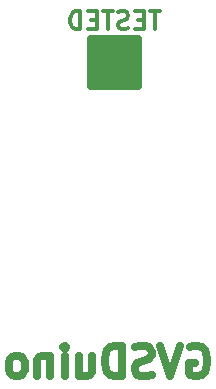
<source format=gbo>
G04 #@! TF.FileFunction,Legend,Bot*
%FSLAX46Y46*%
G04 Gerber Fmt 4.6, Leading zero omitted, Abs format (unit mm)*
G04 Created by KiCad (PCBNEW (after 2015-mar-04 BZR unknown)-product) date 10/20/2015 10:11:34 AM*
%MOMM*%
G01*
G04 APERTURE LIST*
%ADD10C,0.150000*%
%ADD11C,0.635000*%
%ADD12C,0.650000*%
%ADD13C,0.304800*%
G04 APERTURE END LIST*
D10*
D11*
X121456762Y-79850000D02*
X121698667Y-79729048D01*
X122061524Y-79729048D01*
X122424381Y-79850000D01*
X122666286Y-80091905D01*
X122787238Y-80333810D01*
X122908190Y-80817619D01*
X122908190Y-81180476D01*
X122787238Y-81664286D01*
X122666286Y-81906190D01*
X122424381Y-82148095D01*
X122061524Y-82269048D01*
X121819619Y-82269048D01*
X121456762Y-82148095D01*
X121335810Y-82027143D01*
X121335810Y-81180476D01*
X121819619Y-81180476D01*
X120610095Y-79729048D02*
X119763429Y-82269048D01*
X118916762Y-79729048D01*
X118191047Y-82148095D02*
X117828190Y-82269048D01*
X117223428Y-82269048D01*
X116981524Y-82148095D01*
X116860571Y-82027143D01*
X116739619Y-81785238D01*
X116739619Y-81543333D01*
X116860571Y-81301429D01*
X116981524Y-81180476D01*
X117223428Y-81059524D01*
X117707238Y-80938571D01*
X117949143Y-80817619D01*
X118070095Y-80696667D01*
X118191047Y-80454762D01*
X118191047Y-80212857D01*
X118070095Y-79970952D01*
X117949143Y-79850000D01*
X117707238Y-79729048D01*
X117102476Y-79729048D01*
X116739619Y-79850000D01*
X115651047Y-82269048D02*
X115651047Y-79729048D01*
X115046285Y-79729048D01*
X114683428Y-79850000D01*
X114441523Y-80091905D01*
X114320571Y-80333810D01*
X114199619Y-80817619D01*
X114199619Y-81180476D01*
X114320571Y-81664286D01*
X114441523Y-81906190D01*
X114683428Y-82148095D01*
X115046285Y-82269048D01*
X115651047Y-82269048D01*
X112022476Y-80575714D02*
X112022476Y-82269048D01*
X113111047Y-80575714D02*
X113111047Y-81906190D01*
X112990095Y-82148095D01*
X112748190Y-82269048D01*
X112385333Y-82269048D01*
X112143428Y-82148095D01*
X112022476Y-82027143D01*
X110812952Y-82269048D02*
X110812952Y-80575714D01*
X110812952Y-79729048D02*
X110933904Y-79850000D01*
X110812952Y-79970952D01*
X110692000Y-79850000D01*
X110812952Y-79729048D01*
X110812952Y-79970952D01*
X109603428Y-80575714D02*
X109603428Y-82269048D01*
X109603428Y-80817619D02*
X109482476Y-80696667D01*
X109240571Y-80575714D01*
X108877714Y-80575714D01*
X108635809Y-80696667D01*
X108514857Y-80938571D01*
X108514857Y-82269048D01*
X106942476Y-82269048D02*
X107184381Y-82148095D01*
X107305333Y-82027143D01*
X107426285Y-81785238D01*
X107426285Y-81059524D01*
X107305333Y-80817619D01*
X107184381Y-80696667D01*
X106942476Y-80575714D01*
X106579619Y-80575714D01*
X106337714Y-80696667D01*
X106216762Y-80817619D01*
X106095809Y-81059524D01*
X106095809Y-81785238D01*
X106216762Y-82027143D01*
X106337714Y-82148095D01*
X106579619Y-82269048D01*
X106942476Y-82269048D01*
D12*
X113010000Y-53720000D02*
X117010000Y-53720000D01*
X117010000Y-53720000D02*
X117010000Y-57720000D01*
X117010000Y-57720000D02*
X113010000Y-57720000D01*
X113010000Y-57720000D02*
X113010000Y-53720000D01*
X113010000Y-53720000D02*
X113010000Y-54220000D01*
X113010000Y-54220000D02*
X117010000Y-54220000D01*
X117010000Y-54220000D02*
X117010000Y-54720000D01*
X117010000Y-54720000D02*
X113010000Y-54720000D01*
X113010000Y-54720000D02*
X113010000Y-55220000D01*
X113010000Y-55220000D02*
X117010000Y-55220000D01*
X117010000Y-55220000D02*
X117010000Y-55720000D01*
X117010000Y-55720000D02*
X113010000Y-55720000D01*
X113010000Y-55720000D02*
X113010000Y-56220000D01*
X113010000Y-56220000D02*
X116510000Y-56220000D01*
X116510000Y-56220000D02*
X117010000Y-56220000D01*
X117010000Y-56220000D02*
X117010000Y-56720000D01*
X117010000Y-56720000D02*
X113010000Y-56720000D01*
X113010000Y-56720000D02*
X113010000Y-57220000D01*
X113010000Y-57220000D02*
X117010000Y-57220000D01*
D13*
X118892571Y-51385429D02*
X118021714Y-51385429D01*
X118457143Y-52909429D02*
X118457143Y-51385429D01*
X117513714Y-52111143D02*
X117005714Y-52111143D01*
X116788000Y-52909429D02*
X117513714Y-52909429D01*
X117513714Y-51385429D01*
X116788000Y-51385429D01*
X116207428Y-52836857D02*
X115989714Y-52909429D01*
X115626857Y-52909429D01*
X115481714Y-52836857D01*
X115409143Y-52764286D01*
X115336571Y-52619143D01*
X115336571Y-52474000D01*
X115409143Y-52328857D01*
X115481714Y-52256286D01*
X115626857Y-52183714D01*
X115917143Y-52111143D01*
X116062285Y-52038571D01*
X116134857Y-51966000D01*
X116207428Y-51820857D01*
X116207428Y-51675714D01*
X116134857Y-51530571D01*
X116062285Y-51458000D01*
X115917143Y-51385429D01*
X115554285Y-51385429D01*
X115336571Y-51458000D01*
X114901142Y-51385429D02*
X114030285Y-51385429D01*
X114465714Y-52909429D02*
X114465714Y-51385429D01*
X113522285Y-52111143D02*
X113014285Y-52111143D01*
X112796571Y-52909429D02*
X113522285Y-52909429D01*
X113522285Y-51385429D01*
X112796571Y-51385429D01*
X112143428Y-52909429D02*
X112143428Y-51385429D01*
X111780571Y-51385429D01*
X111562856Y-51458000D01*
X111417714Y-51603143D01*
X111345142Y-51748286D01*
X111272571Y-52038571D01*
X111272571Y-52256286D01*
X111345142Y-52546571D01*
X111417714Y-52691714D01*
X111562856Y-52836857D01*
X111780571Y-52909429D01*
X112143428Y-52909429D01*
M02*

</source>
